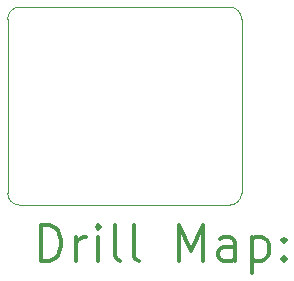
<source format=gbr>
%FSLAX45Y45*%
G04 Gerber Fmt 4.5, Leading zero omitted, Abs format (unit mm)*
G04 Created by KiCad (PCBNEW 5.1.5+dfsg1-2build2) date 2021-05-01 03:04:41*
%MOMM*%
%LPD*%
G04 APERTURE LIST*
%TA.AperFunction,Profile*%
%ADD10C,0.100000*%
%TD*%
%ADD11C,0.200000*%
%ADD12C,0.300000*%
G04 APERTURE END LIST*
D10*
X3860800Y-3403600D02*
G75*
G02X3759200Y-3505200I-101600J0D01*
G01*
X1981200Y-3505200D02*
G75*
G02X1879600Y-3403600I0J101600D01*
G01*
X1879600Y-1930400D02*
G75*
G02X1981200Y-1828800I101600J0D01*
G01*
X3759200Y-1828800D02*
G75*
G02X3860800Y-1930400I0J-101600D01*
G01*
X3860800Y-1930400D02*
X3860800Y-3403600D01*
X1981200Y-1828800D02*
X3759200Y-1828800D01*
X1879600Y-3403600D02*
X1879600Y-1930400D01*
X3759200Y-3505200D02*
X1981200Y-3505200D01*
D11*
D12*
X2161028Y-3975914D02*
X2161028Y-3675914D01*
X2232457Y-3675914D01*
X2275314Y-3690200D01*
X2303886Y-3718771D01*
X2318171Y-3747343D01*
X2332457Y-3804486D01*
X2332457Y-3847343D01*
X2318171Y-3904486D01*
X2303886Y-3933057D01*
X2275314Y-3961629D01*
X2232457Y-3975914D01*
X2161028Y-3975914D01*
X2461028Y-3975914D02*
X2461028Y-3775914D01*
X2461028Y-3833057D02*
X2475314Y-3804486D01*
X2489600Y-3790200D01*
X2518171Y-3775914D01*
X2546743Y-3775914D01*
X2646743Y-3975914D02*
X2646743Y-3775914D01*
X2646743Y-3675914D02*
X2632457Y-3690200D01*
X2646743Y-3704486D01*
X2661028Y-3690200D01*
X2646743Y-3675914D01*
X2646743Y-3704486D01*
X2832457Y-3975914D02*
X2803886Y-3961629D01*
X2789600Y-3933057D01*
X2789600Y-3675914D01*
X2989600Y-3975914D02*
X2961028Y-3961629D01*
X2946743Y-3933057D01*
X2946743Y-3675914D01*
X3332457Y-3975914D02*
X3332457Y-3675914D01*
X3432457Y-3890200D01*
X3532457Y-3675914D01*
X3532457Y-3975914D01*
X3803886Y-3975914D02*
X3803886Y-3818771D01*
X3789600Y-3790200D01*
X3761028Y-3775914D01*
X3703886Y-3775914D01*
X3675314Y-3790200D01*
X3803886Y-3961629D02*
X3775314Y-3975914D01*
X3703886Y-3975914D01*
X3675314Y-3961629D01*
X3661028Y-3933057D01*
X3661028Y-3904486D01*
X3675314Y-3875914D01*
X3703886Y-3861629D01*
X3775314Y-3861629D01*
X3803886Y-3847343D01*
X3946743Y-3775914D02*
X3946743Y-4075914D01*
X3946743Y-3790200D02*
X3975314Y-3775914D01*
X4032457Y-3775914D01*
X4061028Y-3790200D01*
X4075314Y-3804486D01*
X4089600Y-3833057D01*
X4089600Y-3918771D01*
X4075314Y-3947343D01*
X4061028Y-3961629D01*
X4032457Y-3975914D01*
X3975314Y-3975914D01*
X3946743Y-3961629D01*
X4218171Y-3947343D02*
X4232457Y-3961629D01*
X4218171Y-3975914D01*
X4203886Y-3961629D01*
X4218171Y-3947343D01*
X4218171Y-3975914D01*
X4218171Y-3790200D02*
X4232457Y-3804486D01*
X4218171Y-3818771D01*
X4203886Y-3804486D01*
X4218171Y-3790200D01*
X4218171Y-3818771D01*
M02*

</source>
